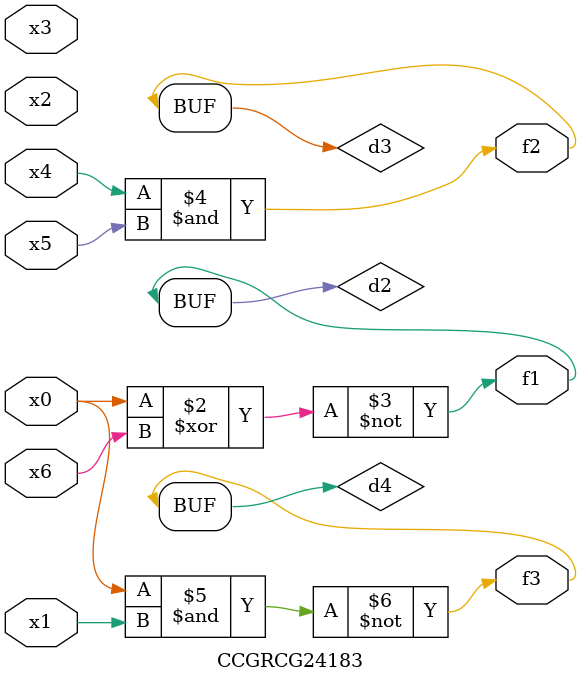
<source format=v>
module CCGRCG24183(
	input x0, x1, x2, x3, x4, x5, x6,
	output f1, f2, f3
);

	wire d1, d2, d3, d4;

	nor (d1, x0);
	xnor (d2, x0, x6);
	and (d3, x4, x5);
	nand (d4, x0, x1);
	assign f1 = d2;
	assign f2 = d3;
	assign f3 = d4;
endmodule

</source>
